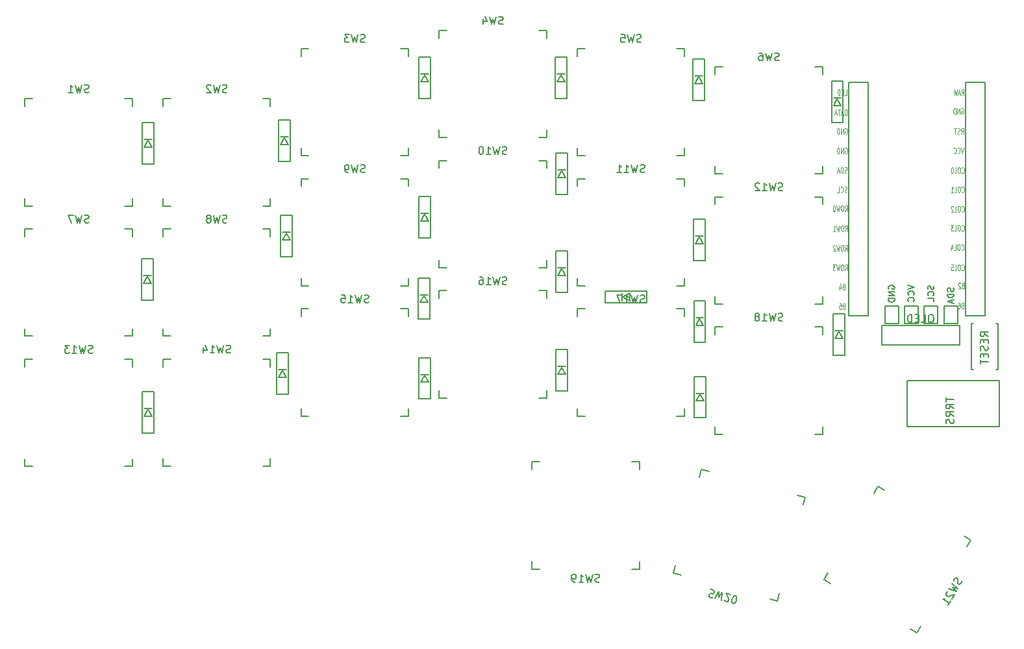
<source format=gbo>
G04 #@! TF.GenerationSoftware,KiCad,Pcbnew,(6.0.8-1)-1*
G04 #@! TF.CreationDate,2023-02-26T16:34:21+02:00*
G04 #@! TF.ProjectId,chococorne,63686f63-6f63-46f7-926e-652e6b696361,2.1*
G04 #@! TF.SameCoordinates,Original*
G04 #@! TF.FileFunction,Legend,Bot*
G04 #@! TF.FilePolarity,Positive*
%FSLAX46Y46*%
G04 Gerber Fmt 4.6, Leading zero omitted, Abs format (unit mm)*
G04 Created by KiCad (PCBNEW (6.0.8-1)-1) date 2023-02-26 16:34:21*
%MOMM*%
%LPD*%
G01*
G04 APERTURE LIST*
%ADD10C,0.150000*%
%ADD11C,0.125000*%
G04 APERTURE END LIST*
D10*
X180998880Y-97582595D02*
X180998880Y-98154023D01*
X181998880Y-97868309D02*
X180998880Y-97868309D01*
X181998880Y-99058785D02*
X181522690Y-98725452D01*
X181998880Y-98487357D02*
X180998880Y-98487357D01*
X180998880Y-98868309D01*
X181046500Y-98963547D01*
X181094119Y-99011166D01*
X181189357Y-99058785D01*
X181332214Y-99058785D01*
X181427452Y-99011166D01*
X181475071Y-98963547D01*
X181522690Y-98868309D01*
X181522690Y-98487357D01*
X181998880Y-100058785D02*
X181522690Y-99725452D01*
X181998880Y-99487357D02*
X180998880Y-99487357D01*
X180998880Y-99868309D01*
X181046500Y-99963547D01*
X181094119Y-100011166D01*
X181189357Y-100058785D01*
X181332214Y-100058785D01*
X181427452Y-100011166D01*
X181475071Y-99963547D01*
X181522690Y-99868309D01*
X181522690Y-99487357D01*
X181951261Y-100439738D02*
X181998880Y-100582595D01*
X181998880Y-100820690D01*
X181951261Y-100915928D01*
X181903642Y-100963547D01*
X181808404Y-101011166D01*
X181713166Y-101011166D01*
X181617928Y-100963547D01*
X181570309Y-100915928D01*
X181522690Y-100820690D01*
X181475071Y-100630214D01*
X181427452Y-100534976D01*
X181379833Y-100487357D01*
X181284595Y-100439738D01*
X181189357Y-100439738D01*
X181094119Y-100487357D01*
X181046500Y-100534976D01*
X180998880Y-100630214D01*
X180998880Y-100868309D01*
X181046500Y-101011166D01*
X87243333Y-57729761D02*
X87100476Y-57777380D01*
X86862380Y-57777380D01*
X86767142Y-57729761D01*
X86719523Y-57682142D01*
X86671904Y-57586904D01*
X86671904Y-57491666D01*
X86719523Y-57396428D01*
X86767142Y-57348809D01*
X86862380Y-57301190D01*
X87052857Y-57253571D01*
X87148095Y-57205952D01*
X87195714Y-57158333D01*
X87243333Y-57063095D01*
X87243333Y-56967857D01*
X87195714Y-56872619D01*
X87148095Y-56825000D01*
X87052857Y-56777380D01*
X86814761Y-56777380D01*
X86671904Y-56825000D01*
X86338571Y-56777380D02*
X86100476Y-57777380D01*
X85910000Y-57063095D01*
X85719523Y-57777380D01*
X85481428Y-56777380D01*
X85148095Y-56872619D02*
X85100476Y-56825000D01*
X85005238Y-56777380D01*
X84767142Y-56777380D01*
X84671904Y-56825000D01*
X84624285Y-56872619D01*
X84576666Y-56967857D01*
X84576666Y-57063095D01*
X84624285Y-57205952D01*
X85195714Y-57777380D01*
X84576666Y-57777380D01*
X105243333Y-51169761D02*
X105100476Y-51217380D01*
X104862380Y-51217380D01*
X104767142Y-51169761D01*
X104719523Y-51122142D01*
X104671904Y-51026904D01*
X104671904Y-50931666D01*
X104719523Y-50836428D01*
X104767142Y-50788809D01*
X104862380Y-50741190D01*
X105052857Y-50693571D01*
X105148095Y-50645952D01*
X105195714Y-50598333D01*
X105243333Y-50503095D01*
X105243333Y-50407857D01*
X105195714Y-50312619D01*
X105148095Y-50265000D01*
X105052857Y-50217380D01*
X104814761Y-50217380D01*
X104671904Y-50265000D01*
X104338571Y-50217380D02*
X104100476Y-51217380D01*
X103910000Y-50503095D01*
X103719523Y-51217380D01*
X103481428Y-50217380D01*
X103195714Y-50217380D02*
X102576666Y-50217380D01*
X102910000Y-50598333D01*
X102767142Y-50598333D01*
X102671904Y-50645952D01*
X102624285Y-50693571D01*
X102576666Y-50788809D01*
X102576666Y-51026904D01*
X102624285Y-51122142D01*
X102671904Y-51169761D01*
X102767142Y-51217380D01*
X103052857Y-51217380D01*
X103148095Y-51169761D01*
X103195714Y-51122142D01*
X123243333Y-48809761D02*
X123100476Y-48857380D01*
X122862380Y-48857380D01*
X122767142Y-48809761D01*
X122719523Y-48762142D01*
X122671904Y-48666904D01*
X122671904Y-48571666D01*
X122719523Y-48476428D01*
X122767142Y-48428809D01*
X122862380Y-48381190D01*
X123052857Y-48333571D01*
X123148095Y-48285952D01*
X123195714Y-48238333D01*
X123243333Y-48143095D01*
X123243333Y-48047857D01*
X123195714Y-47952619D01*
X123148095Y-47905000D01*
X123052857Y-47857380D01*
X122814761Y-47857380D01*
X122671904Y-47905000D01*
X122338571Y-47857380D02*
X122100476Y-48857380D01*
X121910000Y-48143095D01*
X121719523Y-48857380D01*
X121481428Y-47857380D01*
X120671904Y-48190714D02*
X120671904Y-48857380D01*
X120910000Y-47809761D02*
X121148095Y-48524047D01*
X120529047Y-48524047D01*
X141243333Y-51169761D02*
X141100476Y-51217380D01*
X140862380Y-51217380D01*
X140767142Y-51169761D01*
X140719523Y-51122142D01*
X140671904Y-51026904D01*
X140671904Y-50931666D01*
X140719523Y-50836428D01*
X140767142Y-50788809D01*
X140862380Y-50741190D01*
X141052857Y-50693571D01*
X141148095Y-50645952D01*
X141195714Y-50598333D01*
X141243333Y-50503095D01*
X141243333Y-50407857D01*
X141195714Y-50312619D01*
X141148095Y-50265000D01*
X141052857Y-50217380D01*
X140814761Y-50217380D01*
X140671904Y-50265000D01*
X140338571Y-50217380D02*
X140100476Y-51217380D01*
X139910000Y-50503095D01*
X139719523Y-51217380D01*
X139481428Y-50217380D01*
X138624285Y-50217380D02*
X139100476Y-50217380D01*
X139148095Y-50693571D01*
X139100476Y-50645952D01*
X139005238Y-50598333D01*
X138767142Y-50598333D01*
X138671904Y-50645952D01*
X138624285Y-50693571D01*
X138576666Y-50788809D01*
X138576666Y-51026904D01*
X138624285Y-51122142D01*
X138671904Y-51169761D01*
X138767142Y-51217380D01*
X139005238Y-51217380D01*
X139100476Y-51169761D01*
X139148095Y-51122142D01*
X159243333Y-53549761D02*
X159100476Y-53597380D01*
X158862380Y-53597380D01*
X158767142Y-53549761D01*
X158719523Y-53502142D01*
X158671904Y-53406904D01*
X158671904Y-53311666D01*
X158719523Y-53216428D01*
X158767142Y-53168809D01*
X158862380Y-53121190D01*
X159052857Y-53073571D01*
X159148095Y-53025952D01*
X159195714Y-52978333D01*
X159243333Y-52883095D01*
X159243333Y-52787857D01*
X159195714Y-52692619D01*
X159148095Y-52645000D01*
X159052857Y-52597380D01*
X158814761Y-52597380D01*
X158671904Y-52645000D01*
X158338571Y-52597380D02*
X158100476Y-53597380D01*
X157910000Y-52883095D01*
X157719523Y-53597380D01*
X157481428Y-52597380D01*
X156671904Y-52597380D02*
X156862380Y-52597380D01*
X156957619Y-52645000D01*
X157005238Y-52692619D01*
X157100476Y-52835476D01*
X157148095Y-53025952D01*
X157148095Y-53406904D01*
X157100476Y-53502142D01*
X157052857Y-53549761D01*
X156957619Y-53597380D01*
X156767142Y-53597380D01*
X156671904Y-53549761D01*
X156624285Y-53502142D01*
X156576666Y-53406904D01*
X156576666Y-53168809D01*
X156624285Y-53073571D01*
X156671904Y-53025952D01*
X156767142Y-52978333D01*
X156957619Y-52978333D01*
X157052857Y-53025952D01*
X157100476Y-53073571D01*
X157148095Y-53168809D01*
X87243333Y-74729761D02*
X87100476Y-74777380D01*
X86862380Y-74777380D01*
X86767142Y-74729761D01*
X86719523Y-74682142D01*
X86671904Y-74586904D01*
X86671904Y-74491666D01*
X86719523Y-74396428D01*
X86767142Y-74348809D01*
X86862380Y-74301190D01*
X87052857Y-74253571D01*
X87148095Y-74205952D01*
X87195714Y-74158333D01*
X87243333Y-74063095D01*
X87243333Y-73967857D01*
X87195714Y-73872619D01*
X87148095Y-73825000D01*
X87052857Y-73777380D01*
X86814761Y-73777380D01*
X86671904Y-73825000D01*
X86338571Y-73777380D02*
X86100476Y-74777380D01*
X85910000Y-74063095D01*
X85719523Y-74777380D01*
X85481428Y-73777380D01*
X84957619Y-74205952D02*
X85052857Y-74158333D01*
X85100476Y-74110714D01*
X85148095Y-74015476D01*
X85148095Y-73967857D01*
X85100476Y-73872619D01*
X85052857Y-73825000D01*
X84957619Y-73777380D01*
X84767142Y-73777380D01*
X84671904Y-73825000D01*
X84624285Y-73872619D01*
X84576666Y-73967857D01*
X84576666Y-74015476D01*
X84624285Y-74110714D01*
X84671904Y-74158333D01*
X84767142Y-74205952D01*
X84957619Y-74205952D01*
X85052857Y-74253571D01*
X85100476Y-74301190D01*
X85148095Y-74396428D01*
X85148095Y-74586904D01*
X85100476Y-74682142D01*
X85052857Y-74729761D01*
X84957619Y-74777380D01*
X84767142Y-74777380D01*
X84671904Y-74729761D01*
X84624285Y-74682142D01*
X84576666Y-74586904D01*
X84576666Y-74396428D01*
X84624285Y-74301190D01*
X84671904Y-74253571D01*
X84767142Y-74205952D01*
X105243333Y-68169761D02*
X105100476Y-68217380D01*
X104862380Y-68217380D01*
X104767142Y-68169761D01*
X104719523Y-68122142D01*
X104671904Y-68026904D01*
X104671904Y-67931666D01*
X104719523Y-67836428D01*
X104767142Y-67788809D01*
X104862380Y-67741190D01*
X105052857Y-67693571D01*
X105148095Y-67645952D01*
X105195714Y-67598333D01*
X105243333Y-67503095D01*
X105243333Y-67407857D01*
X105195714Y-67312619D01*
X105148095Y-67265000D01*
X105052857Y-67217380D01*
X104814761Y-67217380D01*
X104671904Y-67265000D01*
X104338571Y-67217380D02*
X104100476Y-68217380D01*
X103910000Y-67503095D01*
X103719523Y-68217380D01*
X103481428Y-67217380D01*
X103052857Y-68217380D02*
X102862380Y-68217380D01*
X102767142Y-68169761D01*
X102719523Y-68122142D01*
X102624285Y-67979285D01*
X102576666Y-67788809D01*
X102576666Y-67407857D01*
X102624285Y-67312619D01*
X102671904Y-67265000D01*
X102767142Y-67217380D01*
X102957619Y-67217380D01*
X103052857Y-67265000D01*
X103100476Y-67312619D01*
X103148095Y-67407857D01*
X103148095Y-67645952D01*
X103100476Y-67741190D01*
X103052857Y-67788809D01*
X102957619Y-67836428D01*
X102767142Y-67836428D01*
X102671904Y-67788809D01*
X102624285Y-67741190D01*
X102576666Y-67645952D01*
X123719523Y-65799761D02*
X123576666Y-65847380D01*
X123338571Y-65847380D01*
X123243333Y-65799761D01*
X123195714Y-65752142D01*
X123148095Y-65656904D01*
X123148095Y-65561666D01*
X123195714Y-65466428D01*
X123243333Y-65418809D01*
X123338571Y-65371190D01*
X123529047Y-65323571D01*
X123624285Y-65275952D01*
X123671904Y-65228333D01*
X123719523Y-65133095D01*
X123719523Y-65037857D01*
X123671904Y-64942619D01*
X123624285Y-64895000D01*
X123529047Y-64847380D01*
X123290952Y-64847380D01*
X123148095Y-64895000D01*
X122814761Y-64847380D02*
X122576666Y-65847380D01*
X122386190Y-65133095D01*
X122195714Y-65847380D01*
X121957619Y-64847380D01*
X121052857Y-65847380D02*
X121624285Y-65847380D01*
X121338571Y-65847380D02*
X121338571Y-64847380D01*
X121433809Y-64990238D01*
X121529047Y-65085476D01*
X121624285Y-65133095D01*
X120433809Y-64847380D02*
X120338571Y-64847380D01*
X120243333Y-64895000D01*
X120195714Y-64942619D01*
X120148095Y-65037857D01*
X120100476Y-65228333D01*
X120100476Y-65466428D01*
X120148095Y-65656904D01*
X120195714Y-65752142D01*
X120243333Y-65799761D01*
X120338571Y-65847380D01*
X120433809Y-65847380D01*
X120529047Y-65799761D01*
X120576666Y-65752142D01*
X120624285Y-65656904D01*
X120671904Y-65466428D01*
X120671904Y-65228333D01*
X120624285Y-65037857D01*
X120576666Y-64942619D01*
X120529047Y-64895000D01*
X120433809Y-64847380D01*
X141719523Y-68169761D02*
X141576666Y-68217380D01*
X141338571Y-68217380D01*
X141243333Y-68169761D01*
X141195714Y-68122142D01*
X141148095Y-68026904D01*
X141148095Y-67931666D01*
X141195714Y-67836428D01*
X141243333Y-67788809D01*
X141338571Y-67741190D01*
X141529047Y-67693571D01*
X141624285Y-67645952D01*
X141671904Y-67598333D01*
X141719523Y-67503095D01*
X141719523Y-67407857D01*
X141671904Y-67312619D01*
X141624285Y-67265000D01*
X141529047Y-67217380D01*
X141290952Y-67217380D01*
X141148095Y-67265000D01*
X140814761Y-67217380D02*
X140576666Y-68217380D01*
X140386190Y-67503095D01*
X140195714Y-68217380D01*
X139957619Y-67217380D01*
X139052857Y-68217380D02*
X139624285Y-68217380D01*
X139338571Y-68217380D02*
X139338571Y-67217380D01*
X139433809Y-67360238D01*
X139529047Y-67455476D01*
X139624285Y-67503095D01*
X138100476Y-68217380D02*
X138671904Y-68217380D01*
X138386190Y-68217380D02*
X138386190Y-67217380D01*
X138481428Y-67360238D01*
X138576666Y-67455476D01*
X138671904Y-67503095D01*
X159719523Y-70549761D02*
X159576666Y-70597380D01*
X159338571Y-70597380D01*
X159243333Y-70549761D01*
X159195714Y-70502142D01*
X159148095Y-70406904D01*
X159148095Y-70311666D01*
X159195714Y-70216428D01*
X159243333Y-70168809D01*
X159338571Y-70121190D01*
X159529047Y-70073571D01*
X159624285Y-70025952D01*
X159671904Y-69978333D01*
X159719523Y-69883095D01*
X159719523Y-69787857D01*
X159671904Y-69692619D01*
X159624285Y-69645000D01*
X159529047Y-69597380D01*
X159290952Y-69597380D01*
X159148095Y-69645000D01*
X158814761Y-69597380D02*
X158576666Y-70597380D01*
X158386190Y-69883095D01*
X158195714Y-70597380D01*
X157957619Y-69597380D01*
X157052857Y-70597380D02*
X157624285Y-70597380D01*
X157338571Y-70597380D02*
X157338571Y-69597380D01*
X157433809Y-69740238D01*
X157529047Y-69835476D01*
X157624285Y-69883095D01*
X156671904Y-69692619D02*
X156624285Y-69645000D01*
X156529047Y-69597380D01*
X156290952Y-69597380D01*
X156195714Y-69645000D01*
X156148095Y-69692619D01*
X156100476Y-69787857D01*
X156100476Y-69883095D01*
X156148095Y-70025952D01*
X156719523Y-70597380D01*
X156100476Y-70597380D01*
X87719523Y-91734761D02*
X87576666Y-91782380D01*
X87338571Y-91782380D01*
X87243333Y-91734761D01*
X87195714Y-91687142D01*
X87148095Y-91591904D01*
X87148095Y-91496666D01*
X87195714Y-91401428D01*
X87243333Y-91353809D01*
X87338571Y-91306190D01*
X87529047Y-91258571D01*
X87624285Y-91210952D01*
X87671904Y-91163333D01*
X87719523Y-91068095D01*
X87719523Y-90972857D01*
X87671904Y-90877619D01*
X87624285Y-90830000D01*
X87529047Y-90782380D01*
X87290952Y-90782380D01*
X87148095Y-90830000D01*
X86814761Y-90782380D02*
X86576666Y-91782380D01*
X86386190Y-91068095D01*
X86195714Y-91782380D01*
X85957619Y-90782380D01*
X85052857Y-91782380D02*
X85624285Y-91782380D01*
X85338571Y-91782380D02*
X85338571Y-90782380D01*
X85433809Y-90925238D01*
X85529047Y-91020476D01*
X85624285Y-91068095D01*
X84195714Y-91115714D02*
X84195714Y-91782380D01*
X84433809Y-90734761D02*
X84671904Y-91449047D01*
X84052857Y-91449047D01*
X105719523Y-85174761D02*
X105576666Y-85222380D01*
X105338571Y-85222380D01*
X105243333Y-85174761D01*
X105195714Y-85127142D01*
X105148095Y-85031904D01*
X105148095Y-84936666D01*
X105195714Y-84841428D01*
X105243333Y-84793809D01*
X105338571Y-84746190D01*
X105529047Y-84698571D01*
X105624285Y-84650952D01*
X105671904Y-84603333D01*
X105719523Y-84508095D01*
X105719523Y-84412857D01*
X105671904Y-84317619D01*
X105624285Y-84270000D01*
X105529047Y-84222380D01*
X105290952Y-84222380D01*
X105148095Y-84270000D01*
X104814761Y-84222380D02*
X104576666Y-85222380D01*
X104386190Y-84508095D01*
X104195714Y-85222380D01*
X103957619Y-84222380D01*
X103052857Y-85222380D02*
X103624285Y-85222380D01*
X103338571Y-85222380D02*
X103338571Y-84222380D01*
X103433809Y-84365238D01*
X103529047Y-84460476D01*
X103624285Y-84508095D01*
X102148095Y-84222380D02*
X102624285Y-84222380D01*
X102671904Y-84698571D01*
X102624285Y-84650952D01*
X102529047Y-84603333D01*
X102290952Y-84603333D01*
X102195714Y-84650952D01*
X102148095Y-84698571D01*
X102100476Y-84793809D01*
X102100476Y-85031904D01*
X102148095Y-85127142D01*
X102195714Y-85174761D01*
X102290952Y-85222380D01*
X102529047Y-85222380D01*
X102624285Y-85174761D01*
X102671904Y-85127142D01*
X123719523Y-82799761D02*
X123576666Y-82847380D01*
X123338571Y-82847380D01*
X123243333Y-82799761D01*
X123195714Y-82752142D01*
X123148095Y-82656904D01*
X123148095Y-82561666D01*
X123195714Y-82466428D01*
X123243333Y-82418809D01*
X123338571Y-82371190D01*
X123529047Y-82323571D01*
X123624285Y-82275952D01*
X123671904Y-82228333D01*
X123719523Y-82133095D01*
X123719523Y-82037857D01*
X123671904Y-81942619D01*
X123624285Y-81895000D01*
X123529047Y-81847380D01*
X123290952Y-81847380D01*
X123148095Y-81895000D01*
X122814761Y-81847380D02*
X122576666Y-82847380D01*
X122386190Y-82133095D01*
X122195714Y-82847380D01*
X121957619Y-81847380D01*
X121052857Y-82847380D02*
X121624285Y-82847380D01*
X121338571Y-82847380D02*
X121338571Y-81847380D01*
X121433809Y-81990238D01*
X121529047Y-82085476D01*
X121624285Y-82133095D01*
X120195714Y-81847380D02*
X120386190Y-81847380D01*
X120481428Y-81895000D01*
X120529047Y-81942619D01*
X120624285Y-82085476D01*
X120671904Y-82275952D01*
X120671904Y-82656904D01*
X120624285Y-82752142D01*
X120576666Y-82799761D01*
X120481428Y-82847380D01*
X120290952Y-82847380D01*
X120195714Y-82799761D01*
X120148095Y-82752142D01*
X120100476Y-82656904D01*
X120100476Y-82418809D01*
X120148095Y-82323571D01*
X120195714Y-82275952D01*
X120290952Y-82228333D01*
X120481428Y-82228333D01*
X120576666Y-82275952D01*
X120624285Y-82323571D01*
X120671904Y-82418809D01*
X141719523Y-85174761D02*
X141576666Y-85222380D01*
X141338571Y-85222380D01*
X141243333Y-85174761D01*
X141195714Y-85127142D01*
X141148095Y-85031904D01*
X141148095Y-84936666D01*
X141195714Y-84841428D01*
X141243333Y-84793809D01*
X141338571Y-84746190D01*
X141529047Y-84698571D01*
X141624285Y-84650952D01*
X141671904Y-84603333D01*
X141719523Y-84508095D01*
X141719523Y-84412857D01*
X141671904Y-84317619D01*
X141624285Y-84270000D01*
X141529047Y-84222380D01*
X141290952Y-84222380D01*
X141148095Y-84270000D01*
X140814761Y-84222380D02*
X140576666Y-85222380D01*
X140386190Y-84508095D01*
X140195714Y-85222380D01*
X139957619Y-84222380D01*
X139052857Y-85222380D02*
X139624285Y-85222380D01*
X139338571Y-85222380D02*
X139338571Y-84222380D01*
X139433809Y-84365238D01*
X139529047Y-84460476D01*
X139624285Y-84508095D01*
X138719523Y-84222380D02*
X138052857Y-84222380D01*
X138481428Y-85222380D01*
X159719523Y-87549761D02*
X159576666Y-87597380D01*
X159338571Y-87597380D01*
X159243333Y-87549761D01*
X159195714Y-87502142D01*
X159148095Y-87406904D01*
X159148095Y-87311666D01*
X159195714Y-87216428D01*
X159243333Y-87168809D01*
X159338571Y-87121190D01*
X159529047Y-87073571D01*
X159624285Y-87025952D01*
X159671904Y-86978333D01*
X159719523Y-86883095D01*
X159719523Y-86787857D01*
X159671904Y-86692619D01*
X159624285Y-86645000D01*
X159529047Y-86597380D01*
X159290952Y-86597380D01*
X159148095Y-86645000D01*
X158814761Y-86597380D02*
X158576666Y-87597380D01*
X158386190Y-86883095D01*
X158195714Y-87597380D01*
X157957619Y-86597380D01*
X157052857Y-87597380D02*
X157624285Y-87597380D01*
X157338571Y-87597380D02*
X157338571Y-86597380D01*
X157433809Y-86740238D01*
X157529047Y-86835476D01*
X157624285Y-86883095D01*
X156481428Y-87025952D02*
X156576666Y-86978333D01*
X156624285Y-86930714D01*
X156671904Y-86835476D01*
X156671904Y-86787857D01*
X156624285Y-86692619D01*
X156576666Y-86645000D01*
X156481428Y-86597380D01*
X156290952Y-86597380D01*
X156195714Y-86645000D01*
X156148095Y-86692619D01*
X156100476Y-86787857D01*
X156100476Y-86835476D01*
X156148095Y-86930714D01*
X156195714Y-86978333D01*
X156290952Y-87025952D01*
X156481428Y-87025952D01*
X156576666Y-87073571D01*
X156624285Y-87121190D01*
X156671904Y-87216428D01*
X156671904Y-87406904D01*
X156624285Y-87502142D01*
X156576666Y-87549761D01*
X156481428Y-87597380D01*
X156290952Y-87597380D01*
X156195714Y-87549761D01*
X156148095Y-87502142D01*
X156100476Y-87406904D01*
X156100476Y-87216428D01*
X156148095Y-87121190D01*
X156195714Y-87073571D01*
X156290952Y-87025952D01*
X135819523Y-121649761D02*
X135676666Y-121697380D01*
X135438571Y-121697380D01*
X135343333Y-121649761D01*
X135295714Y-121602142D01*
X135248095Y-121506904D01*
X135248095Y-121411666D01*
X135295714Y-121316428D01*
X135343333Y-121268809D01*
X135438571Y-121221190D01*
X135629047Y-121173571D01*
X135724285Y-121125952D01*
X135771904Y-121078333D01*
X135819523Y-120983095D01*
X135819523Y-120887857D01*
X135771904Y-120792619D01*
X135724285Y-120745000D01*
X135629047Y-120697380D01*
X135390952Y-120697380D01*
X135248095Y-120745000D01*
X134914761Y-120697380D02*
X134676666Y-121697380D01*
X134486190Y-120983095D01*
X134295714Y-121697380D01*
X134057619Y-120697380D01*
X133152857Y-121697380D02*
X133724285Y-121697380D01*
X133438571Y-121697380D02*
X133438571Y-120697380D01*
X133533809Y-120840238D01*
X133629047Y-120935476D01*
X133724285Y-120983095D01*
X132676666Y-121697380D02*
X132486190Y-121697380D01*
X132390952Y-121649761D01*
X132343333Y-121602142D01*
X132248095Y-121459285D01*
X132200476Y-121268809D01*
X132200476Y-120887857D01*
X132248095Y-120792619D01*
X132295714Y-120745000D01*
X132390952Y-120697380D01*
X132581428Y-120697380D01*
X132676666Y-120745000D01*
X132724285Y-120792619D01*
X132771904Y-120887857D01*
X132771904Y-121125952D01*
X132724285Y-121221190D01*
X132676666Y-121268809D01*
X132581428Y-121316428D01*
X132390952Y-121316428D01*
X132295714Y-121268809D01*
X132248095Y-121221190D01*
X132200476Y-121125952D01*
X150280343Y-122694408D02*
X150430657Y-122685386D01*
X150660639Y-122747010D01*
X150740307Y-122817655D01*
X150773979Y-122875977D01*
X150795326Y-122980294D01*
X150770677Y-123072287D01*
X150700031Y-123151955D01*
X150641710Y-123185627D01*
X150537392Y-123206974D01*
X150341082Y-123203672D01*
X150236764Y-123225019D01*
X150178443Y-123258691D01*
X150107797Y-123338359D01*
X150083147Y-123430352D01*
X150104494Y-123534669D01*
X150138166Y-123592991D01*
X150217834Y-123663637D01*
X150447817Y-123725260D01*
X150598131Y-123716238D01*
X150907781Y-123848507D02*
X151396583Y-122944205D01*
X151395698Y-123683451D01*
X151764554Y-123042803D01*
X151735718Y-124070352D01*
X152082343Y-124064632D02*
X152116014Y-124122953D01*
X152195682Y-124193599D01*
X152425665Y-124255223D01*
X152529982Y-124233876D01*
X152588304Y-124200204D01*
X152658950Y-124120536D01*
X152683599Y-124028543D01*
X152674577Y-123878229D01*
X152270516Y-123178375D01*
X152868470Y-123338596D01*
X153207605Y-124464743D02*
X153299598Y-124489393D01*
X153403915Y-124468045D01*
X153462237Y-124434374D01*
X153532882Y-124354706D01*
X153628178Y-124183044D01*
X153689801Y-123953062D01*
X153693104Y-123756751D01*
X153671757Y-123652434D01*
X153638085Y-123594113D01*
X153558417Y-123523467D01*
X153466424Y-123498817D01*
X153362106Y-123520164D01*
X153303785Y-123553836D01*
X153233139Y-123633504D01*
X153137844Y-123805165D01*
X153076220Y-124035148D01*
X153072918Y-124231458D01*
X153094265Y-124335776D01*
X153127937Y-124394097D01*
X153207605Y-124464743D01*
X183064335Y-121552787D02*
X183034146Y-121700314D01*
X182915099Y-121906511D01*
X182826240Y-121965180D01*
X182761191Y-121982610D01*
X182654903Y-121976230D01*
X182572425Y-121928611D01*
X182513756Y-121839753D01*
X182496326Y-121774704D01*
X182502706Y-121668416D01*
X182556704Y-121479649D01*
X182563084Y-121373361D01*
X182545654Y-121308312D01*
X182486985Y-121219454D01*
X182404507Y-121171834D01*
X182298218Y-121165455D01*
X182233170Y-121182885D01*
X182144311Y-121241554D01*
X182025264Y-121447750D01*
X181995074Y-121595278D01*
X181787168Y-121860143D02*
X182534146Y-122566340D01*
X181820319Y-122374154D01*
X182343670Y-122896254D01*
X181358597Y-122602451D01*
X181274409Y-122938745D02*
X181209360Y-122956175D01*
X181120502Y-123014844D01*
X181001454Y-123221040D01*
X180995074Y-123327328D01*
X181012504Y-123392377D01*
X181071173Y-123481236D01*
X181153652Y-123528855D01*
X181301179Y-123559044D01*
X182081765Y-123349887D01*
X181772241Y-123885997D01*
X181296051Y-124710784D02*
X181581765Y-124215912D01*
X181438908Y-124463348D02*
X180572883Y-123963348D01*
X180744220Y-123952298D01*
X180874317Y-123917438D01*
X180963176Y-123858769D01*
D11*
X168060000Y-60749285D02*
X168060000Y-59999285D01*
X167940952Y-59999285D01*
X167869523Y-60035000D01*
X167821904Y-60106428D01*
X167798095Y-60177857D01*
X167774285Y-60320714D01*
X167774285Y-60427857D01*
X167798095Y-60570714D01*
X167821904Y-60642142D01*
X167869523Y-60713571D01*
X167940952Y-60749285D01*
X168060000Y-60749285D01*
X167583809Y-60535000D02*
X167345714Y-60535000D01*
X167631428Y-60749285D02*
X167464761Y-59999285D01*
X167298095Y-60749285D01*
X167202857Y-59999285D02*
X166917142Y-59999285D01*
X167060000Y-60749285D02*
X167060000Y-59999285D01*
X166774285Y-60535000D02*
X166536190Y-60535000D01*
X166821904Y-60749285D02*
X166655238Y-59999285D01*
X166488571Y-60749285D01*
X183220880Y-82984928D02*
X183149452Y-83020642D01*
X183125642Y-83056357D01*
X183101833Y-83127785D01*
X183101833Y-83234928D01*
X183125642Y-83306357D01*
X183149452Y-83342071D01*
X183197071Y-83377785D01*
X183387547Y-83377785D01*
X183387547Y-82627785D01*
X183220880Y-82627785D01*
X183173261Y-82663500D01*
X183149452Y-82699214D01*
X183125642Y-82770642D01*
X183125642Y-82842071D01*
X183149452Y-82913500D01*
X183173261Y-82949214D01*
X183220880Y-82984928D01*
X183387547Y-82984928D01*
X182911357Y-82699214D02*
X182887547Y-82663500D01*
X182839928Y-82627785D01*
X182720880Y-82627785D01*
X182673261Y-82663500D01*
X182649452Y-82699214D01*
X182625642Y-82770642D01*
X182625642Y-82842071D01*
X182649452Y-82949214D01*
X182935166Y-83377785D01*
X182625642Y-83377785D01*
X183157380Y-85588428D02*
X183085952Y-85624142D01*
X183062142Y-85659857D01*
X183038333Y-85731285D01*
X183038333Y-85838428D01*
X183062142Y-85909857D01*
X183085952Y-85945571D01*
X183133571Y-85981285D01*
X183324047Y-85981285D01*
X183324047Y-85231285D01*
X183157380Y-85231285D01*
X183109761Y-85267000D01*
X183085952Y-85302714D01*
X183062142Y-85374142D01*
X183062142Y-85445571D01*
X183085952Y-85517000D01*
X183109761Y-85552714D01*
X183157380Y-85588428D01*
X183324047Y-85588428D01*
X182609761Y-85231285D02*
X182705000Y-85231285D01*
X182752619Y-85267000D01*
X182776428Y-85302714D01*
X182824047Y-85409857D01*
X182847857Y-85552714D01*
X182847857Y-85838428D01*
X182824047Y-85909857D01*
X182800238Y-85945571D01*
X182752619Y-85981285D01*
X182657380Y-85981285D01*
X182609761Y-85945571D01*
X182585952Y-85909857D01*
X182562142Y-85838428D01*
X182562142Y-85659857D01*
X182585952Y-85588428D01*
X182609761Y-85552714D01*
X182657380Y-85517000D01*
X182752619Y-85517000D01*
X182800238Y-85552714D01*
X182824047Y-85588428D01*
X182847857Y-85659857D01*
D10*
D11*
X167840952Y-73281285D02*
X168007619Y-72924142D01*
X168126666Y-73281285D02*
X168126666Y-72531285D01*
X167936190Y-72531285D01*
X167888571Y-72567000D01*
X167864761Y-72602714D01*
X167840952Y-72674142D01*
X167840952Y-72781285D01*
X167864761Y-72852714D01*
X167888571Y-72888428D01*
X167936190Y-72924142D01*
X168126666Y-72924142D01*
X167531428Y-72531285D02*
X167436190Y-72531285D01*
X167388571Y-72567000D01*
X167340952Y-72638428D01*
X167317142Y-72781285D01*
X167317142Y-73031285D01*
X167340952Y-73174142D01*
X167388571Y-73245571D01*
X167436190Y-73281285D01*
X167531428Y-73281285D01*
X167579047Y-73245571D01*
X167626666Y-73174142D01*
X167650476Y-73031285D01*
X167650476Y-72781285D01*
X167626666Y-72638428D01*
X167579047Y-72567000D01*
X167531428Y-72531285D01*
X167150476Y-72531285D02*
X167031428Y-73281285D01*
X166936190Y-72745571D01*
X166840952Y-73281285D01*
X166721904Y-72531285D01*
X166436190Y-72531285D02*
X166388571Y-72531285D01*
X166340952Y-72567000D01*
X166317142Y-72602714D01*
X166293333Y-72674142D01*
X166269523Y-72817000D01*
X166269523Y-72995571D01*
X166293333Y-73138428D01*
X166317142Y-73209857D01*
X166340952Y-73245571D01*
X166388571Y-73281285D01*
X166436190Y-73281285D01*
X166483809Y-73245571D01*
X166507619Y-73209857D01*
X166531428Y-73138428D01*
X166555238Y-72995571D01*
X166555238Y-72817000D01*
X166531428Y-72674142D01*
X166507619Y-72602714D01*
X166483809Y-72567000D01*
X166436190Y-72531285D01*
X182974809Y-63184785D02*
X183141476Y-62827642D01*
X183260523Y-63184785D02*
X183260523Y-62434785D01*
X183070047Y-62434785D01*
X183022428Y-62470500D01*
X182998619Y-62506214D01*
X182974809Y-62577642D01*
X182974809Y-62684785D01*
X182998619Y-62756214D01*
X183022428Y-62791928D01*
X183070047Y-62827642D01*
X183260523Y-62827642D01*
X182784333Y-63149071D02*
X182712904Y-63184785D01*
X182593857Y-63184785D01*
X182546238Y-63149071D01*
X182522428Y-63113357D01*
X182498619Y-63041928D01*
X182498619Y-62970500D01*
X182522428Y-62899071D01*
X182546238Y-62863357D01*
X182593857Y-62827642D01*
X182689095Y-62791928D01*
X182736714Y-62756214D01*
X182760523Y-62720500D01*
X182784333Y-62649071D01*
X182784333Y-62577642D01*
X182760523Y-62506214D01*
X182736714Y-62470500D01*
X182689095Y-62434785D01*
X182570047Y-62434785D01*
X182498619Y-62470500D01*
X182355761Y-62434785D02*
X182070047Y-62434785D01*
X182212904Y-63184785D02*
X182212904Y-62434785D01*
X183007619Y-78289857D02*
X183031428Y-78325571D01*
X183102857Y-78361285D01*
X183150476Y-78361285D01*
X183221904Y-78325571D01*
X183269523Y-78254142D01*
X183293333Y-78182714D01*
X183317142Y-78039857D01*
X183317142Y-77932714D01*
X183293333Y-77789857D01*
X183269523Y-77718428D01*
X183221904Y-77647000D01*
X183150476Y-77611285D01*
X183102857Y-77611285D01*
X183031428Y-77647000D01*
X183007619Y-77682714D01*
X182698095Y-77611285D02*
X182602857Y-77611285D01*
X182555238Y-77647000D01*
X182507619Y-77718428D01*
X182483809Y-77861285D01*
X182483809Y-78111285D01*
X182507619Y-78254142D01*
X182555238Y-78325571D01*
X182602857Y-78361285D01*
X182698095Y-78361285D01*
X182745714Y-78325571D01*
X182793333Y-78254142D01*
X182817142Y-78111285D01*
X182817142Y-77861285D01*
X182793333Y-77718428D01*
X182745714Y-77647000D01*
X182698095Y-77611285D01*
X182031428Y-78361285D02*
X182269523Y-78361285D01*
X182269523Y-77611285D01*
X181650476Y-77861285D02*
X181650476Y-78361285D01*
X181769523Y-77575571D02*
X181888571Y-78111285D01*
X181579047Y-78111285D01*
X167840952Y-80999285D02*
X168007619Y-80642142D01*
X168126666Y-80999285D02*
X168126666Y-80249285D01*
X167936190Y-80249285D01*
X167888571Y-80285000D01*
X167864761Y-80320714D01*
X167840952Y-80392142D01*
X167840952Y-80499285D01*
X167864761Y-80570714D01*
X167888571Y-80606428D01*
X167936190Y-80642142D01*
X168126666Y-80642142D01*
X167531428Y-80249285D02*
X167436190Y-80249285D01*
X167388571Y-80285000D01*
X167340952Y-80356428D01*
X167317142Y-80499285D01*
X167317142Y-80749285D01*
X167340952Y-80892142D01*
X167388571Y-80963571D01*
X167436190Y-80999285D01*
X167531428Y-80999285D01*
X167579047Y-80963571D01*
X167626666Y-80892142D01*
X167650476Y-80749285D01*
X167650476Y-80499285D01*
X167626666Y-80356428D01*
X167579047Y-80285000D01*
X167531428Y-80249285D01*
X167150476Y-80249285D02*
X167031428Y-80999285D01*
X166936190Y-80463571D01*
X166840952Y-80999285D01*
X166721904Y-80249285D01*
X166579047Y-80249285D02*
X166269523Y-80249285D01*
X166436190Y-80535000D01*
X166364761Y-80535000D01*
X166317142Y-80570714D01*
X166293333Y-80606428D01*
X166269523Y-80677857D01*
X166269523Y-80856428D01*
X166293333Y-80927857D01*
X166317142Y-80963571D01*
X166364761Y-80999285D01*
X166507619Y-80999285D01*
X166555238Y-80963571D01*
X166579047Y-80927857D01*
X183304166Y-64974785D02*
X183137500Y-65724785D01*
X182970833Y-64974785D01*
X182518452Y-65653357D02*
X182542261Y-65689071D01*
X182613690Y-65724785D01*
X182661309Y-65724785D01*
X182732738Y-65689071D01*
X182780357Y-65617642D01*
X182804166Y-65546214D01*
X182827976Y-65403357D01*
X182827976Y-65296214D01*
X182804166Y-65153357D01*
X182780357Y-65081928D01*
X182732738Y-65010500D01*
X182661309Y-64974785D01*
X182613690Y-64974785D01*
X182542261Y-65010500D01*
X182518452Y-65046214D01*
X182018452Y-65653357D02*
X182042261Y-65689071D01*
X182113690Y-65724785D01*
X182161309Y-65724785D01*
X182232738Y-65689071D01*
X182280357Y-65617642D01*
X182304166Y-65546214D01*
X182327976Y-65403357D01*
X182327976Y-65296214D01*
X182304166Y-65153357D01*
X182280357Y-65081928D01*
X182232738Y-65010500D01*
X182161309Y-64974785D01*
X182113690Y-64974785D01*
X182042261Y-65010500D01*
X182018452Y-65046214D01*
X167663380Y-83111928D02*
X167591952Y-83147642D01*
X167568142Y-83183357D01*
X167544333Y-83254785D01*
X167544333Y-83361928D01*
X167568142Y-83433357D01*
X167591952Y-83469071D01*
X167639571Y-83504785D01*
X167830047Y-83504785D01*
X167830047Y-82754785D01*
X167663380Y-82754785D01*
X167615761Y-82790500D01*
X167591952Y-82826214D01*
X167568142Y-82897642D01*
X167568142Y-82969071D01*
X167591952Y-83040500D01*
X167615761Y-83076214D01*
X167663380Y-83111928D01*
X167830047Y-83111928D01*
X167115761Y-83004785D02*
X167115761Y-83504785D01*
X167234809Y-82719071D02*
X167353857Y-83254785D01*
X167044333Y-83254785D01*
X167841952Y-65010500D02*
X167889571Y-64974785D01*
X167961000Y-64974785D01*
X168032428Y-65010500D01*
X168080047Y-65081928D01*
X168103857Y-65153357D01*
X168127666Y-65296214D01*
X168127666Y-65403357D01*
X168103857Y-65546214D01*
X168080047Y-65617642D01*
X168032428Y-65689071D01*
X167961000Y-65724785D01*
X167913380Y-65724785D01*
X167841952Y-65689071D01*
X167818142Y-65653357D01*
X167818142Y-65403357D01*
X167913380Y-65403357D01*
X167603857Y-65724785D02*
X167603857Y-64974785D01*
X167318142Y-65724785D01*
X167318142Y-64974785D01*
X167080047Y-65724785D02*
X167080047Y-64974785D01*
X166961000Y-64974785D01*
X166889571Y-65010500D01*
X166841952Y-65081928D01*
X166818142Y-65153357D01*
X166794333Y-65296214D01*
X166794333Y-65403357D01*
X166818142Y-65546214D01*
X166841952Y-65617642D01*
X166889571Y-65689071D01*
X166961000Y-65724785D01*
X167080047Y-65724785D01*
X183057619Y-73277857D02*
X183081428Y-73313571D01*
X183152857Y-73349285D01*
X183200476Y-73349285D01*
X183271904Y-73313571D01*
X183319523Y-73242142D01*
X183343333Y-73170714D01*
X183367142Y-73027857D01*
X183367142Y-72920714D01*
X183343333Y-72777857D01*
X183319523Y-72706428D01*
X183271904Y-72635000D01*
X183200476Y-72599285D01*
X183152857Y-72599285D01*
X183081428Y-72635000D01*
X183057619Y-72670714D01*
X182748095Y-72599285D02*
X182652857Y-72599285D01*
X182605238Y-72635000D01*
X182557619Y-72706428D01*
X182533809Y-72849285D01*
X182533809Y-73099285D01*
X182557619Y-73242142D01*
X182605238Y-73313571D01*
X182652857Y-73349285D01*
X182748095Y-73349285D01*
X182795714Y-73313571D01*
X182843333Y-73242142D01*
X182867142Y-73099285D01*
X182867142Y-72849285D01*
X182843333Y-72706428D01*
X182795714Y-72635000D01*
X182748095Y-72599285D01*
X182081428Y-73349285D02*
X182319523Y-73349285D01*
X182319523Y-72599285D01*
X181938571Y-72670714D02*
X181914761Y-72635000D01*
X181867142Y-72599285D01*
X181748095Y-72599285D01*
X181700476Y-72635000D01*
X181676666Y-72670714D01*
X181652857Y-72742142D01*
X181652857Y-72813571D01*
X181676666Y-72920714D01*
X181962380Y-73349285D01*
X181652857Y-73349285D01*
X168068142Y-68229071D02*
X167996714Y-68264785D01*
X167877666Y-68264785D01*
X167830047Y-68229071D01*
X167806238Y-68193357D01*
X167782428Y-68121928D01*
X167782428Y-68050500D01*
X167806238Y-67979071D01*
X167830047Y-67943357D01*
X167877666Y-67907642D01*
X167972904Y-67871928D01*
X168020523Y-67836214D01*
X168044333Y-67800500D01*
X168068142Y-67729071D01*
X168068142Y-67657642D01*
X168044333Y-67586214D01*
X168020523Y-67550500D01*
X167972904Y-67514785D01*
X167853857Y-67514785D01*
X167782428Y-67550500D01*
X167568142Y-68264785D02*
X167568142Y-67514785D01*
X167449095Y-67514785D01*
X167377666Y-67550500D01*
X167330047Y-67621928D01*
X167306238Y-67693357D01*
X167282428Y-67836214D01*
X167282428Y-67943357D01*
X167306238Y-68086214D01*
X167330047Y-68157642D01*
X167377666Y-68229071D01*
X167449095Y-68264785D01*
X167568142Y-68264785D01*
X167091952Y-68050500D02*
X166853857Y-68050500D01*
X167139571Y-68264785D02*
X166972904Y-67514785D01*
X166806238Y-68264785D01*
X183057619Y-68227857D02*
X183081428Y-68263571D01*
X183152857Y-68299285D01*
X183200476Y-68299285D01*
X183271904Y-68263571D01*
X183319523Y-68192142D01*
X183343333Y-68120714D01*
X183367142Y-67977857D01*
X183367142Y-67870714D01*
X183343333Y-67727857D01*
X183319523Y-67656428D01*
X183271904Y-67585000D01*
X183200476Y-67549285D01*
X183152857Y-67549285D01*
X183081428Y-67585000D01*
X183057619Y-67620714D01*
X182748095Y-67549285D02*
X182652857Y-67549285D01*
X182605238Y-67585000D01*
X182557619Y-67656428D01*
X182533809Y-67799285D01*
X182533809Y-68049285D01*
X182557619Y-68192142D01*
X182605238Y-68263571D01*
X182652857Y-68299285D01*
X182748095Y-68299285D01*
X182795714Y-68263571D01*
X182843333Y-68192142D01*
X182867142Y-68049285D01*
X182867142Y-67799285D01*
X182843333Y-67656428D01*
X182795714Y-67585000D01*
X182748095Y-67549285D01*
X182081428Y-68299285D02*
X182319523Y-68299285D01*
X182319523Y-67549285D01*
X181819523Y-67549285D02*
X181771904Y-67549285D01*
X181724285Y-67585000D01*
X181700476Y-67620714D01*
X181676666Y-67692142D01*
X181652857Y-67835000D01*
X181652857Y-68013571D01*
X181676666Y-68156428D01*
X181700476Y-68227857D01*
X181724285Y-68263571D01*
X181771904Y-68299285D01*
X181819523Y-68299285D01*
X181867142Y-68263571D01*
X181890952Y-68227857D01*
X181914761Y-68156428D01*
X181938571Y-68013571D01*
X181938571Y-67835000D01*
X181914761Y-67692142D01*
X181890952Y-67620714D01*
X181867142Y-67585000D01*
X181819523Y-67549285D01*
X167840952Y-78488285D02*
X168007619Y-78131142D01*
X168126666Y-78488285D02*
X168126666Y-77738285D01*
X167936190Y-77738285D01*
X167888571Y-77774000D01*
X167864761Y-77809714D01*
X167840952Y-77881142D01*
X167840952Y-77988285D01*
X167864761Y-78059714D01*
X167888571Y-78095428D01*
X167936190Y-78131142D01*
X168126666Y-78131142D01*
X167531428Y-77738285D02*
X167436190Y-77738285D01*
X167388571Y-77774000D01*
X167340952Y-77845428D01*
X167317142Y-77988285D01*
X167317142Y-78238285D01*
X167340952Y-78381142D01*
X167388571Y-78452571D01*
X167436190Y-78488285D01*
X167531428Y-78488285D01*
X167579047Y-78452571D01*
X167626666Y-78381142D01*
X167650476Y-78238285D01*
X167650476Y-77988285D01*
X167626666Y-77845428D01*
X167579047Y-77774000D01*
X167531428Y-77738285D01*
X167150476Y-77738285D02*
X167031428Y-78488285D01*
X166936190Y-77952571D01*
X166840952Y-78488285D01*
X166721904Y-77738285D01*
X166555238Y-77809714D02*
X166531428Y-77774000D01*
X166483809Y-77738285D01*
X166364761Y-77738285D01*
X166317142Y-77774000D01*
X166293333Y-77809714D01*
X166269523Y-77881142D01*
X166269523Y-77952571D01*
X166293333Y-78059714D01*
X166579047Y-78488285D01*
X166269523Y-78488285D01*
X167841952Y-62470500D02*
X167889571Y-62434785D01*
X167961000Y-62434785D01*
X168032428Y-62470500D01*
X168080047Y-62541928D01*
X168103857Y-62613357D01*
X168127666Y-62756214D01*
X168127666Y-62863357D01*
X168103857Y-63006214D01*
X168080047Y-63077642D01*
X168032428Y-63149071D01*
X167961000Y-63184785D01*
X167913380Y-63184785D01*
X167841952Y-63149071D01*
X167818142Y-63113357D01*
X167818142Y-62863357D01*
X167913380Y-62863357D01*
X167603857Y-63184785D02*
X167603857Y-62434785D01*
X167318142Y-63184785D01*
X167318142Y-62434785D01*
X167080047Y-63184785D02*
X167080047Y-62434785D01*
X166961000Y-62434785D01*
X166889571Y-62470500D01*
X166841952Y-62541928D01*
X166818142Y-62613357D01*
X166794333Y-62756214D01*
X166794333Y-62863357D01*
X166818142Y-63006214D01*
X166841952Y-63077642D01*
X166889571Y-63149071D01*
X166961000Y-63184785D01*
X167080047Y-63184785D01*
X183046238Y-58104785D02*
X183212904Y-57747642D01*
X183331952Y-58104785D02*
X183331952Y-57354785D01*
X183141476Y-57354785D01*
X183093857Y-57390500D01*
X183070047Y-57426214D01*
X183046238Y-57497642D01*
X183046238Y-57604785D01*
X183070047Y-57676214D01*
X183093857Y-57711928D01*
X183141476Y-57747642D01*
X183331952Y-57747642D01*
X182855761Y-57890500D02*
X182617666Y-57890500D01*
X182903380Y-58104785D02*
X182736714Y-57354785D01*
X182570047Y-58104785D01*
X182451000Y-57354785D02*
X182331952Y-58104785D01*
X182236714Y-57569071D01*
X182141476Y-58104785D01*
X182022428Y-57354785D01*
X183018452Y-59867000D02*
X183066071Y-59831285D01*
X183137500Y-59831285D01*
X183208928Y-59867000D01*
X183256547Y-59938428D01*
X183280357Y-60009857D01*
X183304166Y-60152714D01*
X183304166Y-60259857D01*
X183280357Y-60402714D01*
X183256547Y-60474142D01*
X183208928Y-60545571D01*
X183137500Y-60581285D01*
X183089880Y-60581285D01*
X183018452Y-60545571D01*
X182994642Y-60509857D01*
X182994642Y-60259857D01*
X183089880Y-60259857D01*
X182780357Y-60581285D02*
X182780357Y-59831285D01*
X182494642Y-60581285D01*
X182494642Y-59831285D01*
X182256547Y-60581285D02*
X182256547Y-59831285D01*
X182137500Y-59831285D01*
X182066071Y-59867000D01*
X182018452Y-59938428D01*
X181994642Y-60009857D01*
X181970833Y-60152714D01*
X181970833Y-60259857D01*
X181994642Y-60402714D01*
X182018452Y-60474142D01*
X182066071Y-60545571D01*
X182137500Y-60581285D01*
X182256547Y-60581285D01*
X167840952Y-75884785D02*
X168007619Y-75527642D01*
X168126666Y-75884785D02*
X168126666Y-75134785D01*
X167936190Y-75134785D01*
X167888571Y-75170500D01*
X167864761Y-75206214D01*
X167840952Y-75277642D01*
X167840952Y-75384785D01*
X167864761Y-75456214D01*
X167888571Y-75491928D01*
X167936190Y-75527642D01*
X168126666Y-75527642D01*
X167531428Y-75134785D02*
X167436190Y-75134785D01*
X167388571Y-75170500D01*
X167340952Y-75241928D01*
X167317142Y-75384785D01*
X167317142Y-75634785D01*
X167340952Y-75777642D01*
X167388571Y-75849071D01*
X167436190Y-75884785D01*
X167531428Y-75884785D01*
X167579047Y-75849071D01*
X167626666Y-75777642D01*
X167650476Y-75634785D01*
X167650476Y-75384785D01*
X167626666Y-75241928D01*
X167579047Y-75170500D01*
X167531428Y-75134785D01*
X167150476Y-75134785D02*
X167031428Y-75884785D01*
X166936190Y-75349071D01*
X166840952Y-75884785D01*
X166721904Y-75134785D01*
X166269523Y-75884785D02*
X166555238Y-75884785D01*
X166412380Y-75884785D02*
X166412380Y-75134785D01*
X166460000Y-75241928D01*
X166507619Y-75313357D01*
X166555238Y-75349071D01*
X167663380Y-85651928D02*
X167591952Y-85687642D01*
X167568142Y-85723357D01*
X167544333Y-85794785D01*
X167544333Y-85901928D01*
X167568142Y-85973357D01*
X167591952Y-86009071D01*
X167639571Y-86044785D01*
X167830047Y-86044785D01*
X167830047Y-85294785D01*
X167663380Y-85294785D01*
X167615761Y-85330500D01*
X167591952Y-85366214D01*
X167568142Y-85437642D01*
X167568142Y-85509071D01*
X167591952Y-85580500D01*
X167615761Y-85616214D01*
X167663380Y-85651928D01*
X167830047Y-85651928D01*
X167091952Y-85294785D02*
X167330047Y-85294785D01*
X167353857Y-85651928D01*
X167330047Y-85616214D01*
X167282428Y-85580500D01*
X167163380Y-85580500D01*
X167115761Y-85616214D01*
X167091952Y-85651928D01*
X167068142Y-85723357D01*
X167068142Y-85901928D01*
X167091952Y-85973357D01*
X167115761Y-86009071D01*
X167163380Y-86044785D01*
X167282428Y-86044785D01*
X167330047Y-86009071D01*
X167353857Y-85973357D01*
D10*
D11*
X167782428Y-58104785D02*
X168020523Y-58104785D01*
X168020523Y-57354785D01*
X167615761Y-57711928D02*
X167449095Y-57711928D01*
X167377666Y-58104785D02*
X167615761Y-58104785D01*
X167615761Y-57354785D01*
X167377666Y-57354785D01*
X167163380Y-58104785D02*
X167163380Y-57354785D01*
X167044333Y-57354785D01*
X166972904Y-57390500D01*
X166925285Y-57461928D01*
X166901476Y-57533357D01*
X166877666Y-57676214D01*
X166877666Y-57783357D01*
X166901476Y-57926214D01*
X166925285Y-57997642D01*
X166972904Y-58069071D01*
X167044333Y-58104785D01*
X167163380Y-58104785D01*
X183057619Y-75777857D02*
X183081428Y-75813571D01*
X183152857Y-75849285D01*
X183200476Y-75849285D01*
X183271904Y-75813571D01*
X183319523Y-75742142D01*
X183343333Y-75670714D01*
X183367142Y-75527857D01*
X183367142Y-75420714D01*
X183343333Y-75277857D01*
X183319523Y-75206428D01*
X183271904Y-75135000D01*
X183200476Y-75099285D01*
X183152857Y-75099285D01*
X183081428Y-75135000D01*
X183057619Y-75170714D01*
X182748095Y-75099285D02*
X182652857Y-75099285D01*
X182605238Y-75135000D01*
X182557619Y-75206428D01*
X182533809Y-75349285D01*
X182533809Y-75599285D01*
X182557619Y-75742142D01*
X182605238Y-75813571D01*
X182652857Y-75849285D01*
X182748095Y-75849285D01*
X182795714Y-75813571D01*
X182843333Y-75742142D01*
X182867142Y-75599285D01*
X182867142Y-75349285D01*
X182843333Y-75206428D01*
X182795714Y-75135000D01*
X182748095Y-75099285D01*
X182081428Y-75849285D02*
X182319523Y-75849285D01*
X182319523Y-75099285D01*
X181962380Y-75099285D02*
X181652857Y-75099285D01*
X181819523Y-75385000D01*
X181748095Y-75385000D01*
X181700476Y-75420714D01*
X181676666Y-75456428D01*
X181652857Y-75527857D01*
X181652857Y-75706428D01*
X181676666Y-75777857D01*
X181700476Y-75813571D01*
X181748095Y-75849285D01*
X181890952Y-75849285D01*
X181938571Y-75813571D01*
X181962380Y-75777857D01*
X183057619Y-80927857D02*
X183081428Y-80963571D01*
X183152857Y-80999285D01*
X183200476Y-80999285D01*
X183271904Y-80963571D01*
X183319523Y-80892142D01*
X183343333Y-80820714D01*
X183367142Y-80677857D01*
X183367142Y-80570714D01*
X183343333Y-80427857D01*
X183319523Y-80356428D01*
X183271904Y-80285000D01*
X183200476Y-80249285D01*
X183152857Y-80249285D01*
X183081428Y-80285000D01*
X183057619Y-80320714D01*
X182748095Y-80249285D02*
X182652857Y-80249285D01*
X182605238Y-80285000D01*
X182557619Y-80356428D01*
X182533809Y-80499285D01*
X182533809Y-80749285D01*
X182557619Y-80892142D01*
X182605238Y-80963571D01*
X182652857Y-80999285D01*
X182748095Y-80999285D01*
X182795714Y-80963571D01*
X182843333Y-80892142D01*
X182867142Y-80749285D01*
X182867142Y-80499285D01*
X182843333Y-80356428D01*
X182795714Y-80285000D01*
X182748095Y-80249285D01*
X182081428Y-80999285D02*
X182319523Y-80999285D01*
X182319523Y-80249285D01*
X181676666Y-80249285D02*
X181914761Y-80249285D01*
X181938571Y-80606428D01*
X181914761Y-80570714D01*
X181867142Y-80535000D01*
X181748095Y-80535000D01*
X181700476Y-80570714D01*
X181676666Y-80606428D01*
X181652857Y-80677857D01*
X181652857Y-80856428D01*
X181676666Y-80927857D01*
X181700476Y-80963571D01*
X181748095Y-80999285D01*
X181867142Y-80999285D01*
X181914761Y-80963571D01*
X181938571Y-80927857D01*
X168056238Y-70769071D02*
X167984809Y-70804785D01*
X167865761Y-70804785D01*
X167818142Y-70769071D01*
X167794333Y-70733357D01*
X167770523Y-70661928D01*
X167770523Y-70590500D01*
X167794333Y-70519071D01*
X167818142Y-70483357D01*
X167865761Y-70447642D01*
X167961000Y-70411928D01*
X168008619Y-70376214D01*
X168032428Y-70340500D01*
X168056238Y-70269071D01*
X168056238Y-70197642D01*
X168032428Y-70126214D01*
X168008619Y-70090500D01*
X167961000Y-70054785D01*
X167841952Y-70054785D01*
X167770523Y-70090500D01*
X167270523Y-70733357D02*
X167294333Y-70769071D01*
X167365761Y-70804785D01*
X167413380Y-70804785D01*
X167484809Y-70769071D01*
X167532428Y-70697642D01*
X167556238Y-70626214D01*
X167580047Y-70483357D01*
X167580047Y-70376214D01*
X167556238Y-70233357D01*
X167532428Y-70161928D01*
X167484809Y-70090500D01*
X167413380Y-70054785D01*
X167365761Y-70054785D01*
X167294333Y-70090500D01*
X167270523Y-70126214D01*
X166818142Y-70804785D02*
X167056238Y-70804785D01*
X167056238Y-70054785D01*
X183057619Y-70733357D02*
X183081428Y-70769071D01*
X183152857Y-70804785D01*
X183200476Y-70804785D01*
X183271904Y-70769071D01*
X183319523Y-70697642D01*
X183343333Y-70626214D01*
X183367142Y-70483357D01*
X183367142Y-70376214D01*
X183343333Y-70233357D01*
X183319523Y-70161928D01*
X183271904Y-70090500D01*
X183200476Y-70054785D01*
X183152857Y-70054785D01*
X183081428Y-70090500D01*
X183057619Y-70126214D01*
X182748095Y-70054785D02*
X182652857Y-70054785D01*
X182605238Y-70090500D01*
X182557619Y-70161928D01*
X182533809Y-70304785D01*
X182533809Y-70554785D01*
X182557619Y-70697642D01*
X182605238Y-70769071D01*
X182652857Y-70804785D01*
X182748095Y-70804785D01*
X182795714Y-70769071D01*
X182843333Y-70697642D01*
X182867142Y-70554785D01*
X182867142Y-70304785D01*
X182843333Y-70161928D01*
X182795714Y-70090500D01*
X182748095Y-70054785D01*
X182081428Y-70804785D02*
X182319523Y-70804785D01*
X182319523Y-70054785D01*
X181652857Y-70804785D02*
X181938571Y-70804785D01*
X181795714Y-70804785D02*
X181795714Y-70054785D01*
X181843333Y-70161928D01*
X181890952Y-70233357D01*
X181938571Y-70269071D01*
D10*
X69243333Y-74729761D02*
X69100476Y-74777380D01*
X68862380Y-74777380D01*
X68767142Y-74729761D01*
X68719523Y-74682142D01*
X68671904Y-74586904D01*
X68671904Y-74491666D01*
X68719523Y-74396428D01*
X68767142Y-74348809D01*
X68862380Y-74301190D01*
X69052857Y-74253571D01*
X69148095Y-74205952D01*
X69195714Y-74158333D01*
X69243333Y-74063095D01*
X69243333Y-73967857D01*
X69195714Y-73872619D01*
X69148095Y-73825000D01*
X69052857Y-73777380D01*
X68814761Y-73777380D01*
X68671904Y-73825000D01*
X68338571Y-73777380D02*
X68100476Y-74777380D01*
X67910000Y-74063095D01*
X67719523Y-74777380D01*
X67481428Y-73777380D01*
X67195714Y-73777380D02*
X66529047Y-73777380D01*
X66957619Y-74777380D01*
X69719523Y-91749761D02*
X69576666Y-91797380D01*
X69338571Y-91797380D01*
X69243333Y-91749761D01*
X69195714Y-91702142D01*
X69148095Y-91606904D01*
X69148095Y-91511666D01*
X69195714Y-91416428D01*
X69243333Y-91368809D01*
X69338571Y-91321190D01*
X69529047Y-91273571D01*
X69624285Y-91225952D01*
X69671904Y-91178333D01*
X69719523Y-91083095D01*
X69719523Y-90987857D01*
X69671904Y-90892619D01*
X69624285Y-90845000D01*
X69529047Y-90797380D01*
X69290952Y-90797380D01*
X69148095Y-90845000D01*
X68814761Y-90797380D02*
X68576666Y-91797380D01*
X68386190Y-91083095D01*
X68195714Y-91797380D01*
X67957619Y-90797380D01*
X67052857Y-91797380D02*
X67624285Y-91797380D01*
X67338571Y-91797380D02*
X67338571Y-90797380D01*
X67433809Y-90940238D01*
X67529047Y-91035476D01*
X67624285Y-91083095D01*
X66719523Y-90797380D02*
X66100476Y-90797380D01*
X66433809Y-91178333D01*
X66290952Y-91178333D01*
X66195714Y-91225952D01*
X66148095Y-91273571D01*
X66100476Y-91368809D01*
X66100476Y-91606904D01*
X66148095Y-91702142D01*
X66195714Y-91749761D01*
X66290952Y-91797380D01*
X66576666Y-91797380D01*
X66671904Y-91749761D01*
X66719523Y-91702142D01*
X69243333Y-57729761D02*
X69100476Y-57777380D01*
X68862380Y-57777380D01*
X68767142Y-57729761D01*
X68719523Y-57682142D01*
X68671904Y-57586904D01*
X68671904Y-57491666D01*
X68719523Y-57396428D01*
X68767142Y-57348809D01*
X68862380Y-57301190D01*
X69052857Y-57253571D01*
X69148095Y-57205952D01*
X69195714Y-57158333D01*
X69243333Y-57063095D01*
X69243333Y-56967857D01*
X69195714Y-56872619D01*
X69148095Y-56825000D01*
X69052857Y-56777380D01*
X68814761Y-56777380D01*
X68671904Y-56825000D01*
X68338571Y-56777380D02*
X68100476Y-57777380D01*
X67910000Y-57063095D01*
X67719523Y-57777380D01*
X67481428Y-56777380D01*
X66576666Y-57777380D02*
X67148095Y-57777380D01*
X66862380Y-57777380D02*
X66862380Y-56777380D01*
X66957619Y-56920238D01*
X67052857Y-57015476D01*
X67148095Y-57063095D01*
X179132380Y-86792380D02*
X178941904Y-86792380D01*
X178846666Y-86840000D01*
X178751428Y-86935238D01*
X178703809Y-87125714D01*
X178703809Y-87459047D01*
X178751428Y-87649523D01*
X178846666Y-87744761D01*
X178941904Y-87792380D01*
X179132380Y-87792380D01*
X179227619Y-87744761D01*
X179322857Y-87649523D01*
X179370476Y-87459047D01*
X179370476Y-87125714D01*
X179322857Y-86935238D01*
X179227619Y-86840000D01*
X179132380Y-86792380D01*
X177799047Y-87792380D02*
X178275238Y-87792380D01*
X178275238Y-86792380D01*
X177465714Y-87268571D02*
X177132380Y-87268571D01*
X176989523Y-87792380D02*
X177465714Y-87792380D01*
X177465714Y-86792380D01*
X176989523Y-86792380D01*
X176560952Y-87792380D02*
X176560952Y-86792380D01*
X176322857Y-86792380D01*
X176180000Y-86840000D01*
X176084761Y-86935238D01*
X176037142Y-87030476D01*
X175989523Y-87220952D01*
X175989523Y-87363809D01*
X176037142Y-87554285D01*
X176084761Y-87649523D01*
X176180000Y-87744761D01*
X176322857Y-87792380D01*
X176560952Y-87792380D01*
X186482380Y-89604619D02*
X186006190Y-89271285D01*
X186482380Y-89033190D02*
X185482380Y-89033190D01*
X185482380Y-89414142D01*
X185530000Y-89509380D01*
X185577619Y-89557000D01*
X185672857Y-89604619D01*
X185815714Y-89604619D01*
X185910952Y-89557000D01*
X185958571Y-89509380D01*
X186006190Y-89414142D01*
X186006190Y-89033190D01*
X185958571Y-90033190D02*
X185958571Y-90366523D01*
X186482380Y-90509380D02*
X186482380Y-90033190D01*
X185482380Y-90033190D01*
X185482380Y-90509380D01*
X186434761Y-90890333D02*
X186482380Y-91033190D01*
X186482380Y-91271285D01*
X186434761Y-91366523D01*
X186387142Y-91414142D01*
X186291904Y-91461761D01*
X186196666Y-91461761D01*
X186101428Y-91414142D01*
X186053809Y-91366523D01*
X186006190Y-91271285D01*
X185958571Y-91080809D01*
X185910952Y-90985571D01*
X185863333Y-90937952D01*
X185768095Y-90890333D01*
X185672857Y-90890333D01*
X185577619Y-90937952D01*
X185530000Y-90985571D01*
X185482380Y-91080809D01*
X185482380Y-91318904D01*
X185530000Y-91461761D01*
X185958571Y-91890333D02*
X185958571Y-92223666D01*
X186482380Y-92366523D02*
X186482380Y-91890333D01*
X185482380Y-91890333D01*
X185482380Y-92366523D01*
X185482380Y-92652238D02*
X185482380Y-93223666D01*
X186482380Y-92937952D02*
X185482380Y-92937952D01*
X176034895Y-82932266D02*
X176847695Y-83203200D01*
X176034895Y-83474133D01*
X176770285Y-84209523D02*
X176808990Y-84170819D01*
X176847695Y-84054704D01*
X176847695Y-83977295D01*
X176808990Y-83861180D01*
X176731580Y-83783771D01*
X176654171Y-83745066D01*
X176499352Y-83706361D01*
X176383238Y-83706361D01*
X176228419Y-83745066D01*
X176151009Y-83783771D01*
X176073600Y-83861180D01*
X176034895Y-83977295D01*
X176034895Y-84054704D01*
X176073600Y-84170819D01*
X176112304Y-84209523D01*
X176770285Y-85022323D02*
X176808990Y-84983619D01*
X176847695Y-84867504D01*
X176847695Y-84790095D01*
X176808990Y-84673980D01*
X176731580Y-84596571D01*
X176654171Y-84557866D01*
X176499352Y-84519161D01*
X176383238Y-84519161D01*
X176228419Y-84557866D01*
X176151009Y-84596571D01*
X176073600Y-84673980D01*
X176034895Y-84790095D01*
X176034895Y-84867504D01*
X176073600Y-84983619D01*
X176112304Y-85022323D01*
X173523600Y-83426323D02*
X173484895Y-83348914D01*
X173484895Y-83232800D01*
X173523600Y-83116685D01*
X173601009Y-83039276D01*
X173678419Y-83000571D01*
X173833238Y-82961866D01*
X173949352Y-82961866D01*
X174104171Y-83000571D01*
X174181580Y-83039276D01*
X174258990Y-83116685D01*
X174297695Y-83232800D01*
X174297695Y-83310209D01*
X174258990Y-83426323D01*
X174220285Y-83465028D01*
X173949352Y-83465028D01*
X173949352Y-83310209D01*
X174297695Y-83813371D02*
X173484895Y-83813371D01*
X174297695Y-84277828D01*
X173484895Y-84277828D01*
X174297695Y-84664876D02*
X173484895Y-84664876D01*
X173484895Y-84858400D01*
X173523600Y-84974514D01*
X173601009Y-85051923D01*
X173678419Y-85090628D01*
X173833238Y-85129333D01*
X173949352Y-85129333D01*
X174104171Y-85090628D01*
X174181580Y-85051923D01*
X174258990Y-84974514D01*
X174297695Y-84858400D01*
X174297695Y-84664876D01*
X181968990Y-83288666D02*
X182007695Y-83404780D01*
X182007695Y-83598304D01*
X181968990Y-83675714D01*
X181930285Y-83714419D01*
X181852876Y-83753123D01*
X181775466Y-83753123D01*
X181698057Y-83714419D01*
X181659352Y-83675714D01*
X181620647Y-83598304D01*
X181581942Y-83443485D01*
X181543238Y-83366076D01*
X181504533Y-83327371D01*
X181427123Y-83288666D01*
X181349714Y-83288666D01*
X181272304Y-83327371D01*
X181233600Y-83366076D01*
X181194895Y-83443485D01*
X181194895Y-83637009D01*
X181233600Y-83753123D01*
X182007695Y-84101466D02*
X181194895Y-84101466D01*
X181194895Y-84294990D01*
X181233600Y-84411104D01*
X181311009Y-84488514D01*
X181388419Y-84527219D01*
X181543238Y-84565923D01*
X181659352Y-84565923D01*
X181814171Y-84527219D01*
X181891580Y-84488514D01*
X181968990Y-84411104D01*
X182007695Y-84294990D01*
X182007695Y-84101466D01*
X181775466Y-84875561D02*
X181775466Y-85262609D01*
X182007695Y-84798152D02*
X181194895Y-85069085D01*
X182007695Y-85340019D01*
X179388990Y-83018380D02*
X179427695Y-83134495D01*
X179427695Y-83328019D01*
X179388990Y-83405428D01*
X179350285Y-83444133D01*
X179272876Y-83482838D01*
X179195466Y-83482838D01*
X179118057Y-83444133D01*
X179079352Y-83405428D01*
X179040647Y-83328019D01*
X179001942Y-83173200D01*
X178963238Y-83095790D01*
X178924533Y-83057085D01*
X178847123Y-83018380D01*
X178769714Y-83018380D01*
X178692304Y-83057085D01*
X178653600Y-83095790D01*
X178614895Y-83173200D01*
X178614895Y-83366723D01*
X178653600Y-83482838D01*
X179350285Y-84295638D02*
X179388990Y-84256933D01*
X179427695Y-84140819D01*
X179427695Y-84063409D01*
X179388990Y-83947295D01*
X179311580Y-83869885D01*
X179234171Y-83831180D01*
X179079352Y-83792476D01*
X178963238Y-83792476D01*
X178808419Y-83831180D01*
X178731009Y-83869885D01*
X178653600Y-83947295D01*
X178614895Y-84063409D01*
X178614895Y-84140819D01*
X178653600Y-84256933D01*
X178692304Y-84295638D01*
X179427695Y-85031028D02*
X179427695Y-84643980D01*
X178614895Y-84643980D01*
X95500000Y-61340000D02*
X94000000Y-61340000D01*
X94250000Y-64540000D02*
X94750000Y-63640000D01*
X94000000Y-66740000D02*
X95500000Y-66740000D01*
X94750000Y-63640000D02*
X95250000Y-64540000D01*
X94000000Y-61340000D02*
X94000000Y-66740000D01*
X95250000Y-63540000D02*
X94250000Y-63540000D01*
X95250000Y-64540000D02*
X94250000Y-64540000D01*
X95500000Y-66740000D02*
X95500000Y-61340000D01*
X112280000Y-58580000D02*
X113780000Y-58580000D01*
X112280000Y-53180000D02*
X112280000Y-58580000D01*
X113530000Y-56380000D02*
X112530000Y-56380000D01*
X113780000Y-53180000D02*
X112280000Y-53180000D01*
X113780000Y-58580000D02*
X113780000Y-53180000D01*
X112530000Y-56380000D02*
X113030000Y-55480000D01*
X113030000Y-55480000D02*
X113530000Y-56380000D01*
X113530000Y-55380000D02*
X112530000Y-55380000D01*
X130310000Y-56380000D02*
X130810000Y-55480000D01*
X131310000Y-55380000D02*
X130310000Y-55380000D01*
X130810000Y-55480000D02*
X131310000Y-56380000D01*
X131310000Y-56380000D02*
X130310000Y-56380000D01*
X130060000Y-53180000D02*
X130060000Y-58580000D01*
X131560000Y-58580000D02*
X131560000Y-53180000D01*
X130060000Y-58580000D02*
X131560000Y-58580000D01*
X131560000Y-53180000D02*
X130060000Y-53180000D01*
X148025000Y-58825000D02*
X149525000Y-58825000D01*
X149275000Y-55625000D02*
X148275000Y-55625000D01*
X149275000Y-56625000D02*
X148275000Y-56625000D01*
X149525000Y-58825000D02*
X149525000Y-53425000D01*
X148775000Y-55725000D02*
X149275000Y-56625000D01*
X148025000Y-53425000D02*
X148025000Y-58825000D01*
X148275000Y-56625000D02*
X148775000Y-55725000D01*
X149525000Y-53425000D02*
X148025000Y-53425000D01*
X149350000Y-76525000D02*
X148350000Y-76525000D01*
X148100000Y-79725000D02*
X149600000Y-79725000D01*
X149600000Y-79725000D02*
X149600000Y-74325000D01*
X148350000Y-77525000D02*
X148850000Y-76625000D01*
X149600000Y-74325000D02*
X148100000Y-74325000D01*
X149350000Y-77525000D02*
X148350000Y-77525000D01*
X148850000Y-76625000D02*
X149350000Y-77525000D01*
X148100000Y-74325000D02*
X148100000Y-79725000D01*
X95730000Y-73840000D02*
X94230000Y-73840000D01*
X94480000Y-77040000D02*
X94980000Y-76140000D01*
X95730000Y-79240000D02*
X95730000Y-73840000D01*
X95480000Y-77040000D02*
X94480000Y-77040000D01*
X94980000Y-76140000D02*
X95480000Y-77040000D01*
X94230000Y-73840000D02*
X94230000Y-79240000D01*
X95480000Y-76040000D02*
X94480000Y-76040000D01*
X94230000Y-79240000D02*
X95730000Y-79240000D01*
X112280000Y-76725000D02*
X113780000Y-76725000D01*
X113530000Y-74525000D02*
X112530000Y-74525000D01*
X113030000Y-73625000D02*
X113530000Y-74525000D01*
X112530000Y-74525000D02*
X113030000Y-73625000D01*
X113780000Y-71325000D02*
X112280000Y-71325000D01*
X113780000Y-76725000D02*
X113780000Y-71325000D01*
X112280000Y-71325000D02*
X112280000Y-76725000D01*
X113530000Y-73525000D02*
X112530000Y-73525000D01*
X131420000Y-68860000D02*
X130420000Y-68860000D01*
X130920000Y-67960000D02*
X131420000Y-68860000D01*
X131420000Y-67860000D02*
X130420000Y-67860000D01*
X130170000Y-71060000D02*
X131670000Y-71060000D01*
X131670000Y-71060000D02*
X131670000Y-65660000D01*
X130170000Y-65660000D02*
X130170000Y-71060000D01*
X131670000Y-65660000D02*
X130170000Y-65660000D01*
X130420000Y-68860000D02*
X130920000Y-67960000D01*
X167575000Y-56275000D02*
X166075000Y-56275000D01*
X167325000Y-58475000D02*
X166325000Y-58475000D01*
X166075000Y-56275000D02*
X166075000Y-61675000D01*
X166325000Y-59475000D02*
X166825000Y-58575000D01*
X166825000Y-58575000D02*
X167325000Y-59475000D01*
X167325000Y-59475000D02*
X166325000Y-59475000D01*
X167575000Y-61675000D02*
X167575000Y-56275000D01*
X166075000Y-61675000D02*
X167575000Y-61675000D01*
X148125000Y-85000000D02*
X148125000Y-90400000D01*
X149625000Y-85000000D02*
X148125000Y-85000000D01*
X148125000Y-90400000D02*
X149625000Y-90400000D01*
X149625000Y-90400000D02*
X149625000Y-85000000D01*
X148875000Y-87300000D02*
X149375000Y-88200000D01*
X149375000Y-87200000D02*
X148375000Y-87200000D01*
X148375000Y-88200000D02*
X148875000Y-87300000D01*
X149375000Y-88200000D02*
X148375000Y-88200000D01*
X95230000Y-97175000D02*
X95230000Y-91775000D01*
X94980000Y-94975000D02*
X93980000Y-94975000D01*
X93980000Y-94975000D02*
X94480000Y-94075000D01*
X93730000Y-91775000D02*
X93730000Y-97175000D01*
X93730000Y-97175000D02*
X95230000Y-97175000D01*
X95230000Y-91775000D02*
X93730000Y-91775000D01*
X94480000Y-94075000D02*
X94980000Y-94975000D01*
X94980000Y-93975000D02*
X93980000Y-93975000D01*
X112200000Y-87375000D02*
X113700000Y-87375000D01*
X112200000Y-81975000D02*
X112200000Y-87375000D01*
X112950000Y-84275000D02*
X113450000Y-85175000D01*
X113450000Y-84175000D02*
X112450000Y-84175000D01*
X112450000Y-85175000D02*
X112950000Y-84275000D01*
X113450000Y-85175000D02*
X112450000Y-85175000D01*
X113700000Y-87375000D02*
X113700000Y-81975000D01*
X113700000Y-81975000D02*
X112200000Y-81975000D01*
X131640000Y-83880000D02*
X131640000Y-78480000D01*
X130890000Y-80780000D02*
X131390000Y-81680000D01*
X131390000Y-81680000D02*
X130390000Y-81680000D01*
X131390000Y-80680000D02*
X130390000Y-80680000D01*
X131640000Y-78480000D02*
X130140000Y-78480000D01*
X130140000Y-78480000D02*
X130140000Y-83880000D01*
X130390000Y-81680000D02*
X130890000Y-80780000D01*
X130140000Y-83880000D02*
X131640000Y-83880000D01*
X167550000Y-88850000D02*
X166550000Y-88850000D01*
X166300000Y-86650000D02*
X166300000Y-92050000D01*
X166550000Y-89850000D02*
X167050000Y-88950000D01*
X167050000Y-88950000D02*
X167550000Y-89850000D01*
X167800000Y-92050000D02*
X167800000Y-86650000D01*
X166300000Y-92050000D02*
X167800000Y-92050000D01*
X167550000Y-89850000D02*
X166550000Y-89850000D01*
X167800000Y-86650000D02*
X166300000Y-86650000D01*
X149450000Y-97050000D02*
X148450000Y-97050000D01*
X149700000Y-100250000D02*
X149700000Y-94850000D01*
X148950000Y-97150000D02*
X149450000Y-98050000D01*
X149700000Y-94850000D02*
X148200000Y-94850000D01*
X149450000Y-98050000D02*
X148450000Y-98050000D01*
X148450000Y-98050000D02*
X148950000Y-97150000D01*
X148200000Y-94850000D02*
X148200000Y-100250000D01*
X148200000Y-100250000D02*
X149700000Y-100250000D01*
X141970000Y-85230000D02*
X141970000Y-83730000D01*
X138770000Y-83980000D02*
X138770000Y-84980000D01*
X136570000Y-83730000D02*
X136570000Y-85230000D01*
X139770000Y-84980000D02*
X138870000Y-84480000D01*
X141970000Y-83730000D02*
X136570000Y-83730000D01*
X138870000Y-84480000D02*
X139770000Y-83980000D01*
X139770000Y-83980000D02*
X139770000Y-84980000D01*
X136570000Y-85230000D02*
X141970000Y-85230000D01*
X131660000Y-96770000D02*
X131660000Y-91370000D01*
X130910000Y-93670000D02*
X131410000Y-94570000D01*
X131660000Y-91370000D02*
X130160000Y-91370000D01*
X130160000Y-96770000D02*
X131660000Y-96770000D01*
X131410000Y-93570000D02*
X130410000Y-93570000D01*
X130410000Y-94570000D02*
X130910000Y-93670000D01*
X131410000Y-94570000D02*
X130410000Y-94570000D01*
X130160000Y-91370000D02*
X130160000Y-96770000D01*
X112250000Y-97800000D02*
X113750000Y-97800000D01*
X113000000Y-94700000D02*
X113500000Y-95600000D01*
X112250000Y-92400000D02*
X112250000Y-97800000D01*
X113750000Y-92400000D02*
X112250000Y-92400000D01*
X113500000Y-95600000D02*
X112500000Y-95600000D01*
X112500000Y-95600000D02*
X113000000Y-94700000D01*
X113500000Y-94600000D02*
X112500000Y-94600000D01*
X113750000Y-97800000D02*
X113750000Y-92400000D01*
X187960000Y-95420000D02*
X187960000Y-101420000D01*
X187960000Y-101420000D02*
X175960000Y-101420000D01*
X175960000Y-101420000D02*
X175960000Y-95420000D01*
X175960000Y-95420000D02*
X187960000Y-95420000D01*
X91910000Y-58580000D02*
X92910000Y-58580000D01*
X78910000Y-59580000D02*
X78910000Y-58580000D01*
X92910000Y-71580000D02*
X92910000Y-72580000D01*
X92910000Y-58580000D02*
X92910000Y-59580000D01*
X78910000Y-72580000D02*
X78910000Y-71580000D01*
X79910000Y-72580000D02*
X78910000Y-72580000D01*
X92910000Y-72580000D02*
X91910000Y-72580000D01*
X78910000Y-58580000D02*
X79910000Y-58580000D01*
X110910000Y-66020000D02*
X109910000Y-66020000D01*
X109910000Y-52020000D02*
X110910000Y-52020000D01*
X96910000Y-66020000D02*
X96910000Y-65020000D01*
X96910000Y-53020000D02*
X96910000Y-52020000D01*
X96910000Y-52020000D02*
X97910000Y-52020000D01*
X110910000Y-52020000D02*
X110910000Y-53020000D01*
X110910000Y-65020000D02*
X110910000Y-66020000D01*
X97910000Y-66020000D02*
X96910000Y-66020000D01*
X128910000Y-62660000D02*
X128910000Y-63660000D01*
X114910000Y-50660000D02*
X114910000Y-49660000D01*
X114910000Y-49660000D02*
X115910000Y-49660000D01*
X114910000Y-63660000D02*
X114910000Y-62660000D01*
X128910000Y-63660000D02*
X127910000Y-63660000D01*
X127910000Y-49660000D02*
X128910000Y-49660000D01*
X128910000Y-49660000D02*
X128910000Y-50660000D01*
X115910000Y-63660000D02*
X114910000Y-63660000D01*
X132910000Y-52020000D02*
X133910000Y-52020000D01*
X132910000Y-66020000D02*
X132910000Y-65020000D01*
X146910000Y-65020000D02*
X146910000Y-66020000D01*
X146910000Y-52020000D02*
X146910000Y-53020000D01*
X133910000Y-66020000D02*
X132910000Y-66020000D01*
X132910000Y-53020000D02*
X132910000Y-52020000D01*
X145910000Y-52020000D02*
X146910000Y-52020000D01*
X146910000Y-66020000D02*
X145910000Y-66020000D01*
X150910000Y-68400000D02*
X150910000Y-67400000D01*
X164910000Y-54400000D02*
X164910000Y-55400000D01*
X150910000Y-55400000D02*
X150910000Y-54400000D01*
X163910000Y-54400000D02*
X164910000Y-54400000D01*
X164910000Y-68400000D02*
X163910000Y-68400000D01*
X150910000Y-54400000D02*
X151910000Y-54400000D01*
X164910000Y-67400000D02*
X164910000Y-68400000D01*
X151910000Y-68400000D02*
X150910000Y-68400000D01*
X78910000Y-76580000D02*
X78910000Y-75580000D01*
X79910000Y-89580000D02*
X78910000Y-89580000D01*
X92910000Y-88580000D02*
X92910000Y-89580000D01*
X92910000Y-75580000D02*
X92910000Y-76580000D01*
X78910000Y-75580000D02*
X79910000Y-75580000D01*
X92910000Y-89580000D02*
X91910000Y-89580000D01*
X78910000Y-89580000D02*
X78910000Y-88580000D01*
X91910000Y-75580000D02*
X92910000Y-75580000D01*
X110910000Y-83020000D02*
X109910000Y-83020000D01*
X110910000Y-69020000D02*
X110910000Y-70020000D01*
X96910000Y-70020000D02*
X96910000Y-69020000D01*
X110910000Y-82020000D02*
X110910000Y-83020000D01*
X97910000Y-83020000D02*
X96910000Y-83020000D01*
X109910000Y-69020000D02*
X110910000Y-69020000D01*
X96910000Y-69020000D02*
X97910000Y-69020000D01*
X96910000Y-83020000D02*
X96910000Y-82020000D01*
X128910000Y-80650000D02*
X127910000Y-80650000D01*
X127910000Y-66650000D02*
X128910000Y-66650000D01*
X114910000Y-80650000D02*
X114910000Y-79650000D01*
X128910000Y-66650000D02*
X128910000Y-67650000D01*
X115910000Y-80650000D02*
X114910000Y-80650000D01*
X114910000Y-67650000D02*
X114910000Y-66650000D01*
X128910000Y-79650000D02*
X128910000Y-80650000D01*
X114910000Y-66650000D02*
X115910000Y-66650000D01*
X133910000Y-83020000D02*
X132910000Y-83020000D01*
X132910000Y-69020000D02*
X133910000Y-69020000D01*
X132910000Y-70020000D02*
X132910000Y-69020000D01*
X132910000Y-83020000D02*
X132910000Y-82020000D01*
X145910000Y-69020000D02*
X146910000Y-69020000D01*
X146910000Y-69020000D02*
X146910000Y-70020000D01*
X146910000Y-83020000D02*
X145910000Y-83020000D01*
X146910000Y-82020000D02*
X146910000Y-83020000D01*
X164910000Y-71400000D02*
X164910000Y-72400000D01*
X150910000Y-71400000D02*
X151910000Y-71400000D01*
X163910000Y-71400000D02*
X164910000Y-71400000D01*
X164910000Y-84400000D02*
X164910000Y-85400000D01*
X164910000Y-85400000D02*
X163910000Y-85400000D01*
X150910000Y-72400000D02*
X150910000Y-71400000D01*
X150910000Y-85400000D02*
X150910000Y-84400000D01*
X151910000Y-85400000D02*
X150910000Y-85400000D01*
X78910000Y-92585000D02*
X79910000Y-92585000D01*
X92910000Y-92585000D02*
X92910000Y-93585000D01*
X92910000Y-106585000D02*
X91910000Y-106585000D01*
X78910000Y-93585000D02*
X78910000Y-92585000D01*
X92910000Y-105585000D02*
X92910000Y-106585000D01*
X79910000Y-106585000D02*
X78910000Y-106585000D01*
X91910000Y-92585000D02*
X92910000Y-92585000D01*
X78910000Y-106585000D02*
X78910000Y-105585000D01*
X110910000Y-100025000D02*
X109910000Y-100025000D01*
X96910000Y-87025000D02*
X96910000Y-86025000D01*
X96910000Y-86025000D02*
X97910000Y-86025000D01*
X109910000Y-86025000D02*
X110910000Y-86025000D01*
X96910000Y-100025000D02*
X96910000Y-99025000D01*
X110910000Y-99025000D02*
X110910000Y-100025000D01*
X97910000Y-100025000D02*
X96910000Y-100025000D01*
X110910000Y-86025000D02*
X110910000Y-87025000D01*
X127910000Y-83650000D02*
X128910000Y-83650000D01*
X128910000Y-96650000D02*
X128910000Y-97650000D01*
X114910000Y-97650000D02*
X114910000Y-96650000D01*
X114910000Y-83650000D02*
X115910000Y-83650000D01*
X128910000Y-83650000D02*
X128910000Y-84650000D01*
X115910000Y-97650000D02*
X114910000Y-97650000D01*
X128910000Y-97650000D02*
X127910000Y-97650000D01*
X114910000Y-84650000D02*
X114910000Y-83650000D01*
X133910000Y-100025000D02*
X132910000Y-100025000D01*
X132910000Y-87025000D02*
X132910000Y-86025000D01*
X145910000Y-86025000D02*
X146910000Y-86025000D01*
X146910000Y-86025000D02*
X146910000Y-87025000D01*
X146910000Y-100025000D02*
X145910000Y-100025000D01*
X146910000Y-99025000D02*
X146910000Y-100025000D01*
X132910000Y-86025000D02*
X133910000Y-86025000D01*
X132910000Y-100025000D02*
X132910000Y-99025000D01*
X150910000Y-89400000D02*
X150910000Y-88400000D01*
X151910000Y-102400000D02*
X150910000Y-102400000D01*
X150910000Y-102400000D02*
X150910000Y-101400000D01*
X163910000Y-88400000D02*
X164910000Y-88400000D01*
X164910000Y-88400000D02*
X164910000Y-89400000D01*
X164910000Y-101400000D02*
X164910000Y-102400000D01*
X150910000Y-88400000D02*
X151910000Y-88400000D01*
X164910000Y-102400000D02*
X163910000Y-102400000D01*
X127010000Y-105990000D02*
X128010000Y-105990000D01*
X141010000Y-118990000D02*
X141010000Y-119990000D01*
X127010000Y-119990000D02*
X127010000Y-118990000D01*
X140010000Y-105990000D02*
X141010000Y-105990000D01*
X141010000Y-105990000D02*
X141010000Y-106990000D01*
X128010000Y-119990000D02*
X127010000Y-119990000D01*
X127010000Y-106990000D02*
X127010000Y-105990000D01*
X141010000Y-119990000D02*
X140010000Y-119990000D01*
X161667288Y-110371433D02*
X162633214Y-110630253D01*
X159268567Y-123187288D02*
X159009747Y-124153214D01*
X148851433Y-107972712D02*
X149110253Y-107006786D01*
X146452712Y-120788567D02*
X145486786Y-120529747D01*
X159009747Y-124153214D02*
X158043822Y-123894395D01*
X149110253Y-107006786D02*
X150076178Y-107265605D01*
X162633214Y-110630253D02*
X162374395Y-111596178D01*
X145486786Y-120529747D02*
X145745605Y-119563822D01*
X171597822Y-110093848D02*
X172097822Y-109227822D01*
X172097822Y-109227822D02*
X172963848Y-109727822D01*
X177722178Y-127486152D02*
X177222178Y-128352178D01*
X184222178Y-116227822D02*
X183722178Y-117093848D01*
X183356152Y-115727822D02*
X184222178Y-116227822D01*
X165963848Y-121852178D02*
X165097822Y-121352178D01*
X165097822Y-121352178D02*
X165597822Y-120486152D01*
X177222178Y-128352178D02*
X176356152Y-127852178D01*
X186130000Y-56432000D02*
X186130000Y-86912000D01*
X183590000Y-56432000D02*
X186130000Y-56432000D01*
X170890000Y-86912000D02*
X168350000Y-86912000D01*
X168350000Y-86912000D02*
X168350000Y-56432000D01*
X170890000Y-56432000D02*
X170890000Y-86912000D01*
X183590000Y-86912000D02*
X183590000Y-56432000D01*
X186130000Y-86912000D02*
X183590000Y-86912000D01*
X168350000Y-56432000D02*
X170890000Y-56432000D01*
X76350000Y-82675000D02*
X76850000Y-81775000D01*
X76100000Y-84875000D02*
X77600000Y-84875000D01*
X77600000Y-84875000D02*
X77600000Y-79475000D01*
X77600000Y-79475000D02*
X76100000Y-79475000D01*
X76100000Y-79475000D02*
X76100000Y-84875000D01*
X77350000Y-81675000D02*
X76350000Y-81675000D01*
X76850000Y-81775000D02*
X77350000Y-82675000D01*
X77350000Y-82675000D02*
X76350000Y-82675000D01*
X76225000Y-96825000D02*
X76225000Y-102225000D01*
X77725000Y-96825000D02*
X76225000Y-96825000D01*
X76225000Y-102225000D02*
X77725000Y-102225000D01*
X77475000Y-99025000D02*
X76475000Y-99025000D01*
X77475000Y-100025000D02*
X76475000Y-100025000D01*
X76975000Y-99125000D02*
X77475000Y-100025000D01*
X76475000Y-100025000D02*
X76975000Y-99125000D01*
X77725000Y-102225000D02*
X77725000Y-96825000D01*
X60910000Y-89580000D02*
X60910000Y-88580000D01*
X73910000Y-75580000D02*
X74910000Y-75580000D01*
X74910000Y-75580000D02*
X74910000Y-76580000D01*
X60910000Y-75580000D02*
X61910000Y-75580000D01*
X74910000Y-88580000D02*
X74910000Y-89580000D01*
X61910000Y-89580000D02*
X60910000Y-89580000D01*
X74910000Y-89580000D02*
X73910000Y-89580000D01*
X60910000Y-76580000D02*
X60910000Y-75580000D01*
X60910000Y-106600000D02*
X60910000Y-105600000D01*
X60910000Y-92600000D02*
X61910000Y-92600000D01*
X60910000Y-93600000D02*
X60910000Y-92600000D01*
X73910000Y-92600000D02*
X74910000Y-92600000D01*
X61910000Y-106600000D02*
X60910000Y-106600000D01*
X74910000Y-105600000D02*
X74910000Y-106600000D01*
X74910000Y-92600000D02*
X74910000Y-93600000D01*
X74910000Y-106600000D02*
X73910000Y-106600000D01*
X74910000Y-72580000D02*
X73910000Y-72580000D01*
X60910000Y-59580000D02*
X60910000Y-58580000D01*
X60910000Y-58580000D02*
X61910000Y-58580000D01*
X61910000Y-72580000D02*
X60910000Y-72580000D01*
X60910000Y-72580000D02*
X60910000Y-71580000D01*
X74910000Y-71580000D02*
X74910000Y-72580000D01*
X73910000Y-58580000D02*
X74910000Y-58580000D01*
X74910000Y-58580000D02*
X74910000Y-59580000D01*
X182820000Y-90710000D02*
X172660000Y-90710000D01*
X172660000Y-88170000D02*
X182820000Y-88170000D01*
X172660000Y-90710000D02*
X172660000Y-88170000D01*
X182820000Y-88170000D02*
X182820000Y-90710000D01*
X187780000Y-93930000D02*
X187530000Y-93930000D01*
X184530000Y-93930000D02*
X184280000Y-93930000D01*
X187530000Y-87930000D02*
X187780000Y-87930000D01*
X184280000Y-93930000D02*
X184280000Y-87930000D01*
X187780000Y-87930000D02*
X187780000Y-93930000D01*
X184280000Y-87930000D02*
X184530000Y-87930000D01*
X77725000Y-61675000D02*
X76225000Y-61675000D01*
X76225000Y-61675000D02*
X76225000Y-67075000D01*
X76225000Y-67075000D02*
X77725000Y-67075000D01*
X77475000Y-64875000D02*
X76475000Y-64875000D01*
X76975000Y-63975000D02*
X77475000Y-64875000D01*
X77475000Y-63875000D02*
X76475000Y-63875000D01*
X77725000Y-67075000D02*
X77725000Y-61675000D01*
X76475000Y-64875000D02*
X76975000Y-63975000D01*
X177369000Y-87953000D02*
X177369000Y-85667000D01*
X177369000Y-85667000D02*
X175591000Y-85667000D01*
X175591000Y-87953000D02*
X177369000Y-87953000D01*
X175591000Y-85667000D02*
X175591000Y-87953000D01*
X174819000Y-87982600D02*
X174819000Y-85696600D01*
X173041000Y-85696600D02*
X173041000Y-87982600D01*
X174819000Y-85696600D02*
X173041000Y-85696600D01*
X173041000Y-87982600D02*
X174819000Y-87982600D01*
X182529000Y-85617000D02*
X180751000Y-85617000D01*
X180751000Y-85617000D02*
X180751000Y-87903000D01*
X180751000Y-87903000D02*
X182529000Y-87903000D01*
X182529000Y-87903000D02*
X182529000Y-85617000D01*
X179949000Y-87923000D02*
X179949000Y-85637000D01*
X178171000Y-85637000D02*
X178171000Y-87923000D01*
X179949000Y-85637000D02*
X178171000Y-85637000D01*
X178171000Y-87923000D02*
X179949000Y-87923000D01*
M02*

</source>
